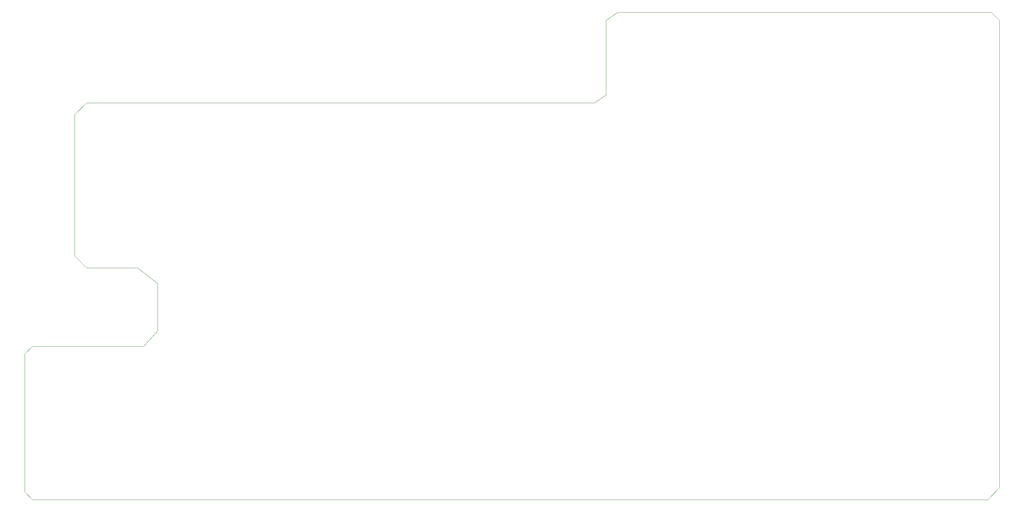
<source format=gbr>
%TF.GenerationSoftware,KiCad,Pcbnew,(6.0.9)*%
%TF.CreationDate,2023-02-22T20:31:19+01:00*%
%TF.ProjectId,mb.2024.0.0,6d622e32-3032-4342-9e30-2e302e6b6963,rev?*%
%TF.SameCoordinates,Original*%
%TF.FileFunction,Profile,NP*%
%FSLAX46Y46*%
G04 Gerber Fmt 4.6, Leading zero omitted, Abs format (unit mm)*
G04 Created by KiCad (PCBNEW (6.0.9)) date 2023-02-22 20:31:19*
%MOMM*%
%LPD*%
G01*
G04 APERTURE LIST*
%TA.AperFunction,Profile*%
%ADD10C,0.100000*%
%TD*%
G04 APERTURE END LIST*
D10*
X165000000Y-31000000D02*
X162000000Y-33000000D01*
X44500000Y-116000000D02*
X16240000Y-116000000D01*
X162000000Y-33000000D02*
X162000000Y-52000000D01*
X27000000Y-93000000D02*
X30000000Y-96000000D01*
X30000000Y-54000000D02*
X27000000Y-57000000D01*
X48000000Y-100000000D02*
X43000000Y-96000000D01*
X159000000Y-54000000D02*
X30000000Y-54000000D01*
X260000000Y-31000000D02*
X165000000Y-31000000D01*
X27000000Y-104000000D02*
X27000000Y-104000000D01*
X262000000Y-152000000D02*
X262000000Y-33000000D01*
X30000000Y-96000000D02*
X43000000Y-96000000D01*
X16240000Y-116000000D02*
X14240000Y-117840000D01*
X162000000Y-52000000D02*
X159000000Y-54000000D01*
X14240000Y-153000000D02*
X16240000Y-155000000D01*
X14240000Y-117840000D02*
X14240000Y-153000000D01*
X259000000Y-155000000D02*
X262000000Y-152000000D01*
X48000000Y-112000000D02*
X48000000Y-100000000D01*
X27000000Y-57000000D02*
X27000000Y-93000000D01*
X48000000Y-112000000D02*
X44500000Y-116000000D01*
X16240000Y-155000000D02*
X259000000Y-155000000D01*
X260000000Y-31000000D02*
X262000000Y-33000000D01*
M02*

</source>
